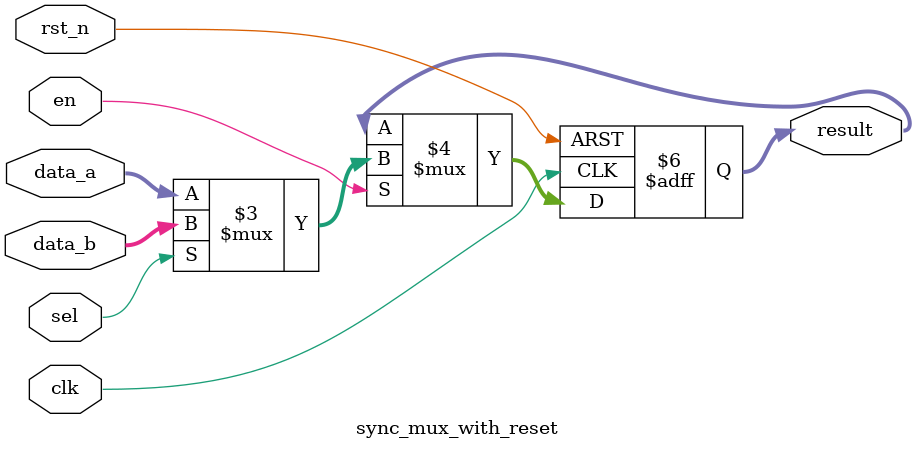
<source format=sv>
module sync_mux_with_reset(
    input clk, rst_n,
    input [31:0] data_a, data_b,
    input sel, en,
    output reg [31:0] result
);
    always @(posedge clk or negedge rst_n) begin
        if (!rst_n)
            result <= 32'h0;
        else if (en)
            result <= sel ? data_b : data_a;
    end
endmodule
</source>
